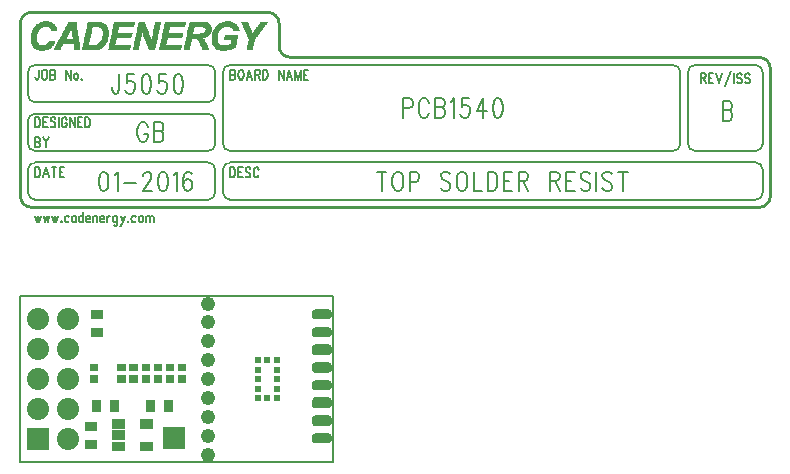
<source format=gts>
*
*
G04 PADS Layout (Build Number 2007.21.1) generated Gerber (RS-274-X) file*
G04 PC Version=2.1*
*
%IN "J5050.pcb"*%
*
%MOMM*%
*
%FSLAX44Y44*%
*
*
*
*
G04 PC Standard Apertures*
*
*
G04 Thermal Relief Aperture macro.*
%AMTER*
1,1,$1,0,0*
1,0,$1-$2,0,0*
21,0,$3,$4,0,0,45*
21,0,$3,$4,0,0,135*
%
*
*
G04 Annular Aperture macro.*
%AMANN*
1,1,$1,0,0*
1,0,$2,0,0*
%
*
*
G04 Odd Aperture macro.*
%AMODD*
1,1,$1,0,0*
1,0,$1-0.005,0,0*
%
*
*
G04 PC Custom Aperture Macros*
*
*
*
*
*
*
G04 PC Aperture Table*
*
%ADD010C,0.254*%
%ADD011C,0.2032*%
%ADD012C,0.0508*%
%ADD013C,0.127*%
%ADD023C,0.0254*%
%ADD080C,0.2*%
%ADD081C,0.15*%
%ADD088R,0.76X0.76*%
%ADD089R,0.625X0.625*%
%ADD090R,1.875X1.875*%
%ADD091R,0.725X0.725*%
%ADD092R,0.825X0.825*%
%ADD093C,1.875*%
%ADD094C,1.225*%
*
*
*
*
G04 PC Circuitry*
G04 Layer Name J5050.pcb - circuitry*
%LPD*%
*
*
G04 PC Custom Flashes*
G04 Layer Name J5050.pcb - flashes*
%LPD*%
*
*
G04 PC Circuitry*
G04 Layer Name J5050.pcb - circuitry*
%LPD*%
*
G54D10*
G01X315000Y655000D02*
G75*
G03X324525Y645475I9525J0D01*
G01X940475*
G03X950000Y655000I0J9525*
G01Y762950*
G03X940475Y772475I-9525J0*
G01X543600*
X534075Y782000D02*
G03X543600Y772475I9525J0D01*
G01X534075Y782000D02*
Y801050D01*
G03X524550Y810575I-9525J0*
G01X324525*
G03X315000Y801050I0J-9525*
G01Y655000*
G54D11*
X880150Y699450D02*
G03X886500Y693100I6350J0D01*
G01X937300*
G03X943650Y699450I0J6350*
G01Y759775*
G03X937300Y766125I-6350J0*
G01X886500*
G03X880150Y759775I0J-6350*
G01Y699450*
X486450Y658175D02*
G03X492800Y651825I6350J0D01*
G01X937300*
G03X943650Y658175I0J6350*
G01Y677225*
G03X937300Y683575I-6350J0*
G01X492800*
G03X486450Y677225I0J-6350*
G01Y658175*
X492800Y766125D02*
G03X486450Y759775I0J-6350D01*
G01X492800Y766125D02*
X867450D01*
X873800Y759775D02*
G03X867450Y766125I-6350J0D01*
G01X873800Y759775D02*
Y699450D01*
X867450Y693100D02*
G03X873800Y699450I0J6350D01*
G01X867450Y693100D02*
X492800D01*
X486450Y699450D02*
G03X492800Y693100I6350J0D01*
G01X486450Y699450D02*
Y759775D01*
X327700Y683575D02*
G03X321350Y677225I0J-6350D01*
G01X327700Y683575D02*
X473750D01*
X480100Y677225D02*
G03X473750Y683575I-6350J0D01*
G01X480100Y677225D02*
Y658175D01*
X473750Y651825D02*
G03X480100Y658175I0J6350D01*
G01X473750Y651825D02*
X327700D01*
X321350Y658175D02*
G03X327700Y651825I6350J0D01*
G01X321350Y658175D02*
Y677225D01*
X327700Y724850D02*
G03X321350Y718500I0J-6350D01*
G01X327700Y724850D02*
X473750D01*
X480100Y718500D02*
G03X473750Y724850I-6350J0D01*
G01X480100Y718500D02*
Y699450D01*
X473750Y693100D02*
G03X480100Y699450I0J6350D01*
G01X473750Y693100D02*
X327700D01*
X321350Y699450D02*
G03X327700Y693100I6350J0D01*
G01X321350Y699450D02*
Y718500D01*
X480100Y759775D02*
G03X473750Y766125I-6350J0D01*
G01X327700*
G03X321350Y759775I0J-6350*
G01Y740725*
G03X327700Y734375I6350J0*
G01X473750*
G03X480100Y740725I0J6350*
G01Y759775*
X398553Y758266D02*
Y745566D01*
X398553D02*
X397976Y743185D01*
X397976D02*
X397398Y742391D01*
X397398D02*
X396244Y741598D01*
X395089*
X395089D02*
X393935Y742391D01*
X393935D02*
X393357Y743185D01*
X393357D02*
X392780Y745566D01*
X392780D02*
Y747154D01*
X411253Y758266D02*
X405480D01*
X405480D02*
X404903Y751123D01*
X405480Y751916*
X405480D02*
X407212Y752710D01*
X407212D02*
X408944D01*
X408944D02*
X410676Y751916D01*
X410676D02*
X411830Y750329D01*
X411830D02*
X412407Y747948D01*
X412407D02*
X411830Y746360D01*
X411830D02*
X411253Y743979D01*
X410098Y742391*
X410098D02*
X408366Y741598D01*
X408366D02*
X406635D01*
X404903Y742391*
X404903D02*
X404326Y743185D01*
X404326D02*
X403748Y744773D01*
X421066Y758266D02*
X419335Y757473D01*
X418180Y755091*
X418180D02*
X417603Y751123D01*
Y748741*
X417603D02*
X418180Y744773D01*
X418180D02*
X419335Y742391D01*
X419335D02*
X421066Y741598D01*
X421066D02*
X422221D01*
X423953Y742391*
X423953D02*
X425107Y744773D01*
X425107D02*
X425685Y748741D01*
X425685D02*
Y751123D01*
X425107Y755091*
X425107D02*
X423953Y757473D01*
X422221Y758266*
X422221D02*
X421066D01*
X438385D02*
X432612D01*
X432612D02*
X432035Y751123D01*
X432612Y751916*
X432612D02*
X434344Y752710D01*
X434344D02*
X436076D01*
X436076D02*
X437807Y751916D01*
X437807D02*
X438962Y750329D01*
X439539Y747948*
X439539D02*
X438962Y746360D01*
X438962D02*
X438385Y743979D01*
X437230Y742391*
X437230D02*
X435498Y741598D01*
X435498D02*
X433766D01*
X433766D02*
X432035Y742391D01*
X432035D02*
X431457Y743185D01*
X431457D02*
X430880Y744773D01*
X448198Y758266D02*
X446466Y757473D01*
X446466D02*
X445312Y755091D01*
X445312D02*
X444735Y751123D01*
Y748741*
X444735D02*
X445312Y744773D01*
X446466Y742391*
X446466D02*
X448198Y741598D01*
X448198D02*
X449353D01*
X451085Y742391*
X451085D02*
X452239Y744773D01*
X452239D02*
X452816Y748741D01*
X452816D02*
Y751123D01*
X452816D02*
X452239Y755091D01*
X452239D02*
X451085Y757473D01*
X449353Y758266*
X449353D02*
X448198D01*
X422801Y713658D02*
X422223Y715245D01*
X422223D02*
X421069Y716833D01*
X419914Y717626*
X419914D02*
X417605D01*
X417605D02*
X416451Y716833D01*
X415296Y715245*
X415296D02*
X414719Y713658D01*
X414142Y711276*
X414142D02*
Y707308D01*
X414719Y704926*
X414719D02*
X415296Y703339D01*
X415296D02*
X416451Y701751D01*
X416451D02*
X417605Y700958D01*
X417605D02*
X419914D01*
X419914D02*
X421069Y701751D01*
X421069D02*
X422223Y703339D01*
X422223D02*
X422801Y704926D01*
X422801D02*
Y707308D01*
X419914D02*
X422801D01*
X427996Y717626D02*
Y700958D01*
Y717626D02*
X433192D01*
X433192D02*
X434923Y716833D01*
X434923D02*
X435501Y716039D01*
X436078Y714451*
X436078D02*
Y712864D01*
X435501Y711276*
X435501D02*
X434923Y710483D01*
X434923D02*
X433192Y709689D01*
X427996D02*
X433192D01*
X434923Y708895*
X434923D02*
X435501Y708101D01*
X435501D02*
X436078Y706514D01*
Y704133*
X435501Y702545*
X435501D02*
X434923Y701751D01*
X434923D02*
X433192Y700958D01*
X427996*
X384989Y675716D02*
X383257Y674923D01*
X383257D02*
X382103Y672541D01*
X382103D02*
X381525Y668573D01*
X381525D02*
Y666191D01*
X381525D02*
X382103Y662223D01*
X383257Y659841*
X383257D02*
X384989Y659048D01*
X386144*
X387875Y659841*
X387875D02*
X389030Y662223D01*
X389607Y666191*
X389607D02*
Y668573D01*
X389607D02*
X389030Y672541D01*
X389030D02*
X387875Y674923D01*
X387875D02*
X386144Y675716D01*
X386144D02*
X384989D01*
X394803Y672541D02*
X395957Y673335D01*
X395957D02*
X397689Y675716D01*
X397689D02*
Y659048D01*
X402884Y666191D02*
X413275D01*
X419048Y671748D02*
Y672541D01*
X419048D02*
X419625Y674129D01*
X419625D02*
X420203Y674923D01*
X421357Y675716*
X421357D02*
X423666D01*
X423666D02*
X424821Y674923D01*
X425398Y674129*
X425398D02*
X425975Y672541D01*
X425975D02*
Y670954D01*
X425975D02*
X425398Y669366D01*
X425398D02*
X424244Y666985D01*
X424244D02*
X418471Y659048D01*
X426553*
X435212Y675716D02*
X433480Y674923D01*
X432325Y672541*
X432325D02*
X431748Y668573D01*
X431748D02*
Y666191D01*
X431748D02*
X432325Y662223D01*
X432325D02*
X433480Y659841D01*
X433480D02*
X435212Y659048D01*
X436366*
X436366D02*
X438098Y659841D01*
X438098D02*
X439253Y662223D01*
X439830Y666191*
X439830D02*
Y668573D01*
X439253Y672541*
X439253D02*
X438098Y674923D01*
X438098D02*
X436366Y675716D01*
X436366D02*
X435212D01*
X445025Y672541D02*
X446180Y673335D01*
X446180D02*
X447912Y675716D01*
X447912D02*
Y659048D01*
X460034Y673335D02*
X459457Y674923D01*
X459457D02*
X457725Y675716D01*
X457725D02*
X456571D01*
X456571D02*
X454839Y674923D01*
X453684Y672541*
X453684D02*
X453107Y668573D01*
X453107D02*
Y664604D01*
X453107D02*
X453684Y661429D01*
X453684D02*
X454839Y659841D01*
X454839D02*
X456571Y659048D01*
X457148*
X457148D02*
X458880Y659841D01*
X458880D02*
X460034Y661429D01*
X460034D02*
X460612Y663810D01*
X460612D02*
Y664604D01*
X460034Y666985*
X460034D02*
X458880Y668573D01*
X457148Y669366*
X457148D02*
X456571D01*
X456571D02*
X454839Y668573D01*
X453684Y666985*
X453684D02*
X453107Y664604D01*
X638988Y737946D02*
Y721278D01*
Y737946D02*
X644184D01*
X644184D02*
X645915Y737153D01*
X645915D02*
X646493Y736359D01*
X647070Y734771*
X647070D02*
Y732390D01*
X647070D02*
X646493Y730803D01*
X645915Y730009*
X645915D02*
X644184Y729215D01*
X644184D02*
X638988D01*
X660924Y733978D02*
X660347Y735565D01*
X660347D02*
X659193Y737153D01*
X658038Y737946*
X658038D02*
X655729D01*
X655729D02*
X654574Y737153D01*
X654574D02*
X653420Y735565D01*
X653420D02*
X652843Y733978D01*
X652265Y731596*
X652265D02*
Y727628D01*
X652265D02*
X652843Y725246D01*
X652843D02*
X653420Y723659D01*
X654574Y722071*
X654574D02*
X655729Y721278D01*
X658038*
X658038D02*
X659193Y722071D01*
X659193D02*
X660347Y723659D01*
X660347D02*
X660924Y725246D01*
X666120Y737946D02*
Y721278D01*
Y737946D02*
X671315D01*
X671315D02*
X673047Y737153D01*
X673047D02*
X673624Y736359D01*
X673624D02*
X674202Y734771D01*
X674202D02*
Y733184D01*
X673624Y731596*
X673624D02*
X673047Y730803D01*
X673047D02*
X671315Y730009D01*
X666120D02*
X671315D01*
X671315D02*
X673047Y729215D01*
X673047D02*
X673624Y728421D01*
X673624D02*
X674202Y726834D01*
Y724453*
X673624Y722865*
X673624D02*
X673047Y722071D01*
X673047D02*
X671315Y721278D01*
X671315D02*
X666120D01*
X679397Y734771D02*
X680552Y735565D01*
X680552D02*
X682284Y737946D01*
X682284D02*
Y721278D01*
X694984Y737946D02*
X689211D01*
X689211D02*
X688634Y730803D01*
X689211Y731596*
X689211D02*
X690943Y732390D01*
X690943D02*
X692674D01*
X692674D02*
X694406Y731596D01*
X694406D02*
X695561Y730009D01*
X696138Y727628*
X696138D02*
X695561Y726040D01*
X695561D02*
X694984Y723659D01*
X693829Y722071*
X693829D02*
X692097Y721278D01*
X692097D02*
X690365D01*
X690365D02*
X688634Y722071D01*
X688634D02*
X688056Y722865D01*
X688056D02*
X687479Y724453D01*
X707106Y737946D02*
X701334Y726834D01*
X709993*
X707106Y737946D02*
Y721278D01*
X718652Y737946D02*
X716920Y737153D01*
X715765Y734771*
X715765D02*
X715188Y730803D01*
X715188D02*
Y728421D01*
X715188D02*
X715765Y724453D01*
X715765D02*
X716920Y722071D01*
X716920D02*
X718652Y721278D01*
X719806*
X719806D02*
X721538Y722071D01*
X721538D02*
X722693Y724453D01*
X723270Y728421*
X723270D02*
Y730803D01*
X722693Y734771*
X722693D02*
X721538Y737153D01*
X721538D02*
X719806Y737946D01*
X719806D02*
X718652D01*
X909556Y735406D02*
Y718738D01*
Y735406D02*
X914751D01*
X914751D02*
X916483Y734613D01*
X916483D02*
X917060Y733819D01*
X917060D02*
X917638Y732231D01*
X917638D02*
Y730644D01*
X917060Y729056*
X917060D02*
X916483Y728263D01*
X916483D02*
X914751Y727469D01*
X909556D02*
X914751D01*
X914751D02*
X916483Y726675D01*
X916483D02*
X917060Y725881D01*
X917060D02*
X917638Y724294D01*
Y721913*
X917060Y720325*
X917060D02*
X916483Y719531D01*
X916483D02*
X914751Y718738D01*
X914751D02*
X909556D01*
X620862Y675716D02*
Y659048D01*
X616821Y675716D02*
X624903D01*
X633562D02*
X632407Y674923D01*
X632407D02*
X631253Y673335D01*
X631253D02*
X630675Y671748D01*
X630675D02*
X630098Y669366D01*
X630098D02*
Y665398D01*
X630098D02*
X630675Y663016D01*
X630675D02*
X631253Y661429D01*
X632407Y659841*
X632407D02*
X633562Y659048D01*
X635871*
X637025Y659841*
X637025D02*
X638180Y661429D01*
X638757Y663016*
X638757D02*
X639334Y665398D01*
X639334D02*
Y669366D01*
X639334D02*
X638757Y671748D01*
X638757D02*
X638180Y673335D01*
X638180D02*
X637025Y674923D01*
X637025D02*
X635871Y675716D01*
X635871D02*
X633562D01*
X644530D02*
Y659048D01*
Y675716D02*
X649725D01*
X649725D02*
X651457Y674923D01*
X651457D02*
X652034Y674129D01*
X652034D02*
X652612Y672541D01*
X652612D02*
Y670160D01*
X652612D02*
X652034Y668573D01*
X652034D02*
X651457Y667779D01*
X651457D02*
X649725Y666985D01*
X649725D02*
X644530D01*
X679166Y673335D02*
X678012Y674923D01*
X676280Y675716*
X676280D02*
X673971D01*
X673971D02*
X672239Y674923D01*
X671084Y673335*
X671084D02*
Y671748D01*
X671084D02*
X671662Y670160D01*
X671662D02*
X672239Y669366D01*
X672239D02*
X673394Y668573D01*
X676857Y666985*
X676857D02*
X678012Y666191D01*
X678012D02*
X678589Y665398D01*
X679166Y663810*
X679166D02*
Y661429D01*
X679166D02*
X678012Y659841D01*
X678012D02*
X676280Y659048D01*
X673971*
X672239Y659841*
X672239D02*
X671084Y661429D01*
X687825Y675716D02*
X686671Y674923D01*
X685516Y673335*
X685516D02*
X684939Y671748D01*
X684362Y669366*
X684362D02*
Y665398D01*
X684939Y663016*
X684939D02*
X685516Y661429D01*
X685516D02*
X686671Y659841D01*
X686671D02*
X687825Y659048D01*
X687825D02*
X690134D01*
X690134D02*
X691289Y659841D01*
X691289D02*
X692444Y661429D01*
X693021Y663016*
X693021D02*
X693598Y665398D01*
X693598D02*
Y669366D01*
X693598D02*
X693021Y671748D01*
X692444Y673335*
X692444D02*
X691289Y674923D01*
X690134Y675716*
X690134D02*
X687825D01*
X698794D02*
Y659048D01*
X705721*
X710916Y675716D02*
Y659048D01*
Y675716D02*
X714957D01*
X714957D02*
X716689Y674923D01*
X717844Y673335*
X717844D02*
X718421Y671748D01*
X718998Y669366*
X718998D02*
Y665398D01*
X718998D02*
X718421Y663016D01*
X718421D02*
X717844Y661429D01*
X716689Y659841*
X716689D02*
X714957Y659048D01*
X714957D02*
X710916D01*
X724194Y675716D02*
Y659048D01*
Y675716D02*
X731698D01*
X724194Y667779D02*
X728812D01*
X724194Y659048D02*
X731698D01*
X736894Y675716D02*
Y659048D01*
Y675716D02*
X742089D01*
X742089D02*
X743821Y674923D01*
X744398Y674129*
X744398D02*
X744975Y672541D01*
X744975D02*
Y670954D01*
X744975D02*
X744398Y669366D01*
X744398D02*
X743821Y668573D01*
X742089Y667779*
X736894*
X740934D02*
X744975Y659048D01*
X763448Y675716D02*
Y659048D01*
Y675716D02*
X768644D01*
X768644D02*
X770375Y674923D01*
X770375D02*
X770953Y674129D01*
X771530Y672541*
X771530D02*
Y670954D01*
X770953Y669366*
X770953D02*
X770375Y668573D01*
X770375D02*
X768644Y667779D01*
X763448*
X767489D02*
X771530Y659048D01*
X776725Y675716D02*
Y659048D01*
Y675716D02*
X784230D01*
X776725Y667779D02*
X781344D01*
X776725Y659048D02*
X784230D01*
X797507Y673335D02*
X796353Y674923D01*
X794621Y675716*
X794621D02*
X792312D01*
X792312D02*
X790580Y674923D01*
X789425Y673335*
X789425D02*
Y671748D01*
X789425D02*
X790003Y670160D01*
X790003D02*
X790580Y669366D01*
X790580D02*
X791734Y668573D01*
X791734D02*
X795198Y666985D01*
X795198D02*
X796353Y666191D01*
X796353D02*
X796930Y665398D01*
X797507Y663810*
X797507D02*
Y661429D01*
X797507D02*
X796353Y659841D01*
X796353D02*
X794621Y659048D01*
X792312*
X790580Y659841*
X790580D02*
X789425Y661429D01*
X802703Y675716D02*
Y659048D01*
X815980Y673335D02*
X814825Y674923D01*
X814825D02*
X813094Y675716D01*
X813094D02*
X810784D01*
X810784D02*
X809053Y674923D01*
X807898Y673335*
X807898D02*
Y671748D01*
X807898D02*
X808475Y670160D01*
X808475D02*
X809053Y669366D01*
X809053D02*
X810207Y668573D01*
X810207D02*
X813671Y666985D01*
X813671D02*
X814825Y666191D01*
X814825D02*
X815403Y665398D01*
X815980Y663810*
X815980D02*
Y661429D01*
X814825Y659841*
X814825D02*
X813094Y659048D01*
X810784*
X810784D02*
X809053Y659841D01*
X809053D02*
X807898Y661429D01*
X825216Y675716D02*
Y659048D01*
X821175Y675716D02*
X829257D01*
G54D12*
X330875Y778825D02*
X335073D01*
X484227D02*
X489156D01*
X329414Y779190D02*
X336534D01*
X343289D02*
X347853D01*
X360815D02*
X365014D01*
X367022D02*
X378888D01*
X389295D02*
X407003D01*
X410107D02*
X414306D01*
X423981D02*
X428180D01*
X432379D02*
X450088D01*
X453191D02*
X457390D01*
X469257D02*
X474186D01*
X482767D02*
X490982D01*
X506500D02*
X510699D01*
X328684Y779555D02*
X337629D01*
X343289D02*
X348218D01*
X360815D02*
X365014D01*
X367022D02*
X380349D01*
X389295D02*
X407003D01*
X410107D02*
X414671D01*
X423616D02*
X428545D01*
X432379D02*
X450088D01*
X453191D02*
X457755D01*
X468892D02*
X473821D01*
X481671D02*
X492442D01*
X506500D02*
X511064D01*
X327954Y779920D02*
X338360D01*
X343654D02*
X348218D01*
X360815D02*
X365014D01*
X367387D02*
X381444D01*
X389660D02*
X407368D01*
X410472D02*
X414671D01*
X423616D02*
X428545D01*
X432744D02*
X450453D01*
X453557D02*
X457755D01*
X468892D02*
X473821D01*
X480941D02*
X493538D01*
X506865D02*
X511064D01*
X327588Y780285D02*
X339090D01*
X343654D02*
X348583D01*
X360450D02*
X365014D01*
X367387D02*
X382175D01*
X389660D02*
X407368D01*
X410472D02*
X414671D01*
X423616D02*
X428545D01*
X432744D02*
X450453D01*
X453557D02*
X457755D01*
X468892D02*
X473821D01*
X480576D02*
X494268D01*
X506865D02*
X511064D01*
X326858Y780650D02*
X339820D01*
X344019D02*
X348583D01*
X360450D02*
X364649D01*
X367387D02*
X382905D01*
X389660D02*
X407368D01*
X410472D02*
X414671D01*
X423251D02*
X428545D01*
X432744D02*
X450453D01*
X453557D02*
X457755D01*
X468527D02*
X473456D01*
X480211D02*
X494998D01*
X506865D02*
X511064D01*
X326493Y781015D02*
X340185D01*
X344019D02*
X348948D01*
X360450D02*
X364649D01*
X367387D02*
X383635D01*
X389660D02*
X407733D01*
X410472D02*
X414671D01*
X423251D02*
X428545D01*
X432744D02*
X450818D01*
X453557D02*
X457755D01*
X468527D02*
X473456D01*
X479846D02*
X495728D01*
X506865D02*
X511064D01*
X326128Y781380D02*
X340550D01*
X344384D02*
X348948D01*
X360450D02*
X364649D01*
X367387D02*
X384000D01*
X389660D02*
X407733D01*
X410472D02*
X415036D01*
X422886D02*
X428911D01*
X432744D02*
X450818D01*
X453557D02*
X458121D01*
X468527D02*
X473091D01*
X479480D02*
X496459D01*
X506865D02*
X511429D01*
X326128Y781746D02*
X340915D01*
X344749D02*
X349313D01*
X360450D02*
X364649D01*
X367752D02*
X384365D01*
X390025D02*
X407733D01*
X410837D02*
X415036D01*
X422886D02*
X428911D01*
X433110D02*
X450818D01*
X453922D02*
X458121D01*
X468162D02*
X473091D01*
X479115D02*
X496824D01*
X507230D02*
X511429D01*
X325763Y782111D02*
X341281D01*
X344749D02*
X349678D01*
X360450D02*
X364649D01*
X367752D02*
X384730D01*
X390025D02*
X407733D01*
X410837D02*
X415036D01*
X422886D02*
X428911D01*
X433110D02*
X450818D01*
X453922D02*
X458121D01*
X468162D02*
X473091D01*
X478750D02*
X496824D01*
X507230D02*
X511429D01*
X325398Y782476D02*
X341646D01*
X345114D02*
X349678D01*
X360450D02*
X364649D01*
X367752D02*
X385096D01*
X390025D02*
X408098D01*
X410837D02*
X415036D01*
X422521D02*
X428911D01*
X433110D02*
X451183D01*
X453922D02*
X458121D01*
X467796D02*
X472726D01*
X478385D02*
X496824D01*
X507230D02*
X511429D01*
X325398Y782841D02*
X331787D01*
X334891D02*
X342011D01*
X345114D02*
X350044D01*
X360085D02*
X364649D01*
X367752D02*
X385461D01*
X390025D02*
X408098D01*
X410837D02*
X415036D01*
X422521D02*
X428911D01*
X433110D02*
X451183D01*
X453922D02*
X458121D01*
X467796D02*
X472726D01*
X478385D02*
X484775D01*
X488974D02*
X496824D01*
X507230D02*
X511429D01*
X325033Y783206D02*
X331057D01*
X336351D02*
X342376D01*
X345480D02*
X350044D01*
X360085D02*
X364283D01*
X367752D02*
X372316D01*
X378341D02*
X385826D01*
X390025D02*
X394589D01*
X410837D02*
X415401D01*
X422521D02*
X429276D01*
X433110D02*
X437674D01*
X453922D02*
X458486D01*
X467431D02*
X472360D01*
X478020D02*
X483679D01*
X490434D02*
X496824D01*
X507230D02*
X511794D01*
X325033Y783571D02*
X330327D01*
X337082D02*
X342376D01*
X345480D02*
X350409D01*
X360085D02*
X364283D01*
X368117D02*
X372316D01*
X379801D02*
X386191D01*
X390390D02*
X394589D01*
X411202D02*
X415401D01*
X422156D02*
X429276D01*
X433475D02*
X437674D01*
X454287D02*
X458486D01*
X467431D02*
X472360D01*
X478020D02*
X482949D01*
X491530D02*
X497189D01*
X507595D02*
X511794D01*
X324667Y783936D02*
X329962D01*
X337447D02*
X342741D01*
X345845D02*
X350409D01*
X360085D02*
X364283D01*
X368117D02*
X372316D01*
X380532D02*
X386556D01*
X390390D02*
X394589D01*
X411202D02*
X415401D01*
X422156D02*
X429276D01*
X433475D02*
X437674D01*
X454287D02*
X458486D01*
X467431D02*
X471995D01*
X477655D02*
X482584D01*
X492625D02*
X497189D01*
X507595D02*
X511794D01*
X324667Y784301D02*
X329597D01*
X337812D02*
X343106D01*
X345845D02*
X364283D01*
X368117D02*
X372316D01*
X380897D02*
X386556D01*
X390390D02*
X394589D01*
X411202D02*
X415401D01*
X421791D02*
X429276D01*
X433475D02*
X437674D01*
X454287D02*
X458486D01*
X467066D02*
X471995D01*
X477655D02*
X482219D01*
X492990D02*
X497189D01*
X507595D02*
X511794D01*
X324302Y784667D02*
X329231D01*
X338542D02*
X343106D01*
X346210D02*
X364283D01*
X368117D02*
X372681D01*
X381627D02*
X386921D01*
X390390D02*
X394954D01*
X411202D02*
X415401D01*
X421791D02*
X429641D01*
X433475D02*
X438039D01*
X454287D02*
X458851D01*
X467066D02*
X471630D01*
X477290D02*
X482219D01*
X492990D02*
X497189D01*
X507595D02*
X512159D01*
X324302Y785032D02*
X328866D01*
X338542D02*
X343471D01*
X346210D02*
X364283D01*
X368482D02*
X372681D01*
X381992D02*
X387286D01*
X390755D02*
X394954D01*
X411567D02*
X415766D01*
X421791D02*
X429641D01*
X433840D02*
X438039D01*
X454652D02*
X458851D01*
X466701D02*
X471630D01*
X477290D02*
X481854D01*
X492990D02*
X497554D01*
X507960D02*
X512159D01*
X324302Y785397D02*
X328866D01*
X338907D02*
X343471D01*
X346575D02*
X364283D01*
X368482D02*
X372681D01*
X382357D02*
X387286D01*
X390755D02*
X394954D01*
X411567D02*
X415766D01*
X421426D02*
X429641D01*
X433840D02*
X438039D01*
X454652D02*
X458851D01*
X466701D02*
X471265D01*
X477290D02*
X481489D01*
X492990D02*
X497554D01*
X507960D02*
X512159D01*
X324302Y785762D02*
X328501D01*
X339272D02*
X343836D01*
X346575D02*
X363918D01*
X368482D02*
X372681D01*
X382357D02*
X387651D01*
X390755D02*
X394954D01*
X411567D02*
X415766D01*
X421426D02*
X429641D01*
X433840D02*
X438039D01*
X454652D02*
X458851D01*
X466336D02*
X471265D01*
X477290D02*
X481489D01*
X493355D02*
X497554D01*
X507960D02*
X512159D01*
X324302Y786127D02*
X328501D01*
X339272D02*
X343471D01*
X346940D02*
X363918D01*
X368482D02*
X372681D01*
X382722D02*
X387651D01*
X390755D02*
X394954D01*
X411567D02*
X415766D01*
X421060D02*
X429641D01*
X433840D02*
X438039D01*
X454652D02*
X458851D01*
X466336D02*
X470900D01*
X477290D02*
X481489D01*
X493355D02*
X497554D01*
X507960D02*
X512159D01*
X323937Y786492D02*
X328501D01*
X339638D02*
X340915D01*
X347305D02*
X363918D01*
X368482D02*
X373046D01*
X383087D02*
X388017D01*
X390755D02*
X395319D01*
X411567D02*
X415766D01*
X421060D02*
X430006D01*
X433840D02*
X438404D01*
X454652D02*
X459216D01*
X465971D02*
X470900D01*
X476925D02*
X481489D01*
X493355D02*
X497554D01*
X507960D02*
X512524D01*
X323937Y786857D02*
X328136D01*
X347305D02*
X363918D01*
X368848D02*
X373046D01*
X383087D02*
X388017D01*
X391120D02*
X395319D01*
X411932D02*
X416131D01*
X421060D02*
X430006D01*
X434205D02*
X438404D01*
X455017D02*
X459216D01*
X465971D02*
X470535D01*
X476925D02*
X481123D01*
X493355D02*
X497919D01*
X508325D02*
X512524D01*
X323937Y787222D02*
X328136D01*
X347670D02*
X363918D01*
X368848D02*
X373046D01*
X383453D02*
X388017D01*
X391120D02*
X395319D01*
X411932D02*
X416131D01*
X420695D02*
X430006D01*
X434205D02*
X438404D01*
X455017D02*
X459216D01*
X465606D02*
X470535D01*
X476925D02*
X481123D01*
X493720D02*
X497919D01*
X508325D02*
X512524D01*
X323937Y787588D02*
X328136D01*
X347670D02*
X363918D01*
X368848D02*
X373046D01*
X383818D02*
X388382D01*
X391120D02*
X395319D01*
X411932D02*
X416131D01*
X420695D02*
X425259D01*
X426172D02*
X430006D01*
X434205D02*
X438404D01*
X455017D02*
X459216D01*
X465241D02*
X470170D01*
X476925D02*
X481123D01*
X493720D02*
X497919D01*
X508325D02*
X512524D01*
X323937Y787953D02*
X328136D01*
X348035D02*
X363918D01*
X368848D02*
X373046D01*
X383818D02*
X388382D01*
X391120D02*
X395319D01*
X411932D02*
X416131D01*
X420695D02*
X425259D01*
X426172D02*
X430006D01*
X434205D02*
X438404D01*
X455017D02*
X459216D01*
X464875D02*
X469805D01*
X476925D02*
X481123D01*
X487148D02*
X497919D01*
X508325D02*
X512889D01*
X323937Y788318D02*
X328136D01*
X348035D02*
X352965D01*
X359354D02*
X363553D01*
X368848D02*
X373412D01*
X384183D02*
X388382D01*
X391120D02*
X395684D01*
X411932D02*
X416131D01*
X420330D02*
X424894D01*
X426172D02*
X430371D01*
X434205D02*
X438769D01*
X455017D02*
X459581D01*
X464510D02*
X469439D01*
X476925D02*
X481123D01*
X487148D02*
X497919D01*
X508325D02*
X512889D01*
X323937Y788683D02*
X328136D01*
X348401D02*
X352965D01*
X359354D02*
X363553D01*
X369213D02*
X373412D01*
X384183D02*
X388747D01*
X391485D02*
X395684D01*
X412297D02*
X416496D01*
X420330D02*
X424894D01*
X426172D02*
X430371D01*
X434570D02*
X438769D01*
X455382D02*
X459581D01*
X463780D02*
X469074D01*
X476925D02*
X481123D01*
X487513D02*
X498284D01*
X508325D02*
X513254D01*
X323937Y789048D02*
X328136D01*
X348401D02*
X353330D01*
X359354D02*
X363553D01*
X369213D02*
X373412D01*
X384183D02*
X388747D01*
X391485D02*
X395684D01*
X412297D02*
X416496D01*
X419965D02*
X424894D01*
X426172D02*
X430371D01*
X434570D02*
X438769D01*
X455382D02*
X468709D01*
X476925D02*
X481123D01*
X487513D02*
X498284D01*
X507960D02*
X513620D01*
X323937Y789413D02*
X328136D01*
X348766D02*
X353330D01*
X359354D02*
X363553D01*
X369213D02*
X373412D01*
X384548D02*
X388747D01*
X391485D02*
X395684D01*
X412297D02*
X416496D01*
X419965D02*
X424529D01*
X426537D02*
X430371D01*
X434570D02*
X438769D01*
X455382D02*
X470535D01*
X476925D02*
X481123D01*
X487513D02*
X498284D01*
X507960D02*
X513985D01*
X323937Y789778D02*
X328136D01*
X348766D02*
X353695D01*
X359354D02*
X363553D01*
X369213D02*
X373777D01*
X384548D02*
X388747D01*
X391485D02*
X408098D01*
X412297D02*
X416496D01*
X419965D02*
X424529D01*
X426537D02*
X430736D01*
X434570D02*
X451183D01*
X455382D02*
X471630D01*
X476925D02*
X481123D01*
X487513D02*
X498284D01*
X507595D02*
X513985D01*
X323937Y790143D02*
X328136D01*
X349131D02*
X353695D01*
X359354D02*
X363553D01*
X369578D02*
X373777D01*
X384548D02*
X388747D01*
X391850D02*
X408098D01*
X412663D02*
X416496D01*
X419600D02*
X424164D01*
X426537D02*
X430736D01*
X434935D02*
X451183D01*
X455747D02*
X472360D01*
X476925D02*
X481123D01*
X487878D02*
X498284D01*
X507595D02*
X514350D01*
X323937Y790509D02*
X328136D01*
X349131D02*
X354060D01*
X358989D02*
X363188D01*
X369578D02*
X373777D01*
X384548D02*
X389112D01*
X391850D02*
X408464D01*
X412663D02*
X416861D01*
X419600D02*
X424164D01*
X426537D02*
X430736D01*
X434935D02*
X451548D01*
X455747D02*
X473091D01*
X476925D02*
X481123D01*
X487878D02*
X498649D01*
X507595D02*
X514715D01*
X323937Y790874D02*
X328501D01*
X349496D02*
X354425D01*
X358989D02*
X363188D01*
X369578D02*
X373777D01*
X384913D02*
X389112D01*
X391850D02*
X408464D01*
X412663D02*
X416861D01*
X419235D02*
X424164D01*
X426537D02*
X430736D01*
X434935D02*
X451548D01*
X455747D02*
X473456D01*
X476925D02*
X481489D01*
X487878D02*
X498649D01*
X507230D02*
X515080D01*
X323937Y791239D02*
X328501D01*
X349861D02*
X354425D01*
X358989D02*
X363188D01*
X369578D02*
X373777D01*
X384913D02*
X389112D01*
X391850D02*
X408464D01*
X412663D02*
X416861D01*
X419235D02*
X423799D01*
X426902D02*
X430736D01*
X434935D02*
X451548D01*
X455747D02*
X473821D01*
X477290D02*
X481489D01*
X488243D02*
X498649D01*
X507230D02*
X515080D01*
X324302Y791604D02*
X328501D01*
X349861D02*
X354790D01*
X358989D02*
X363188D01*
X369578D02*
X374142D01*
X384913D02*
X389112D01*
X391850D02*
X408829D01*
X412663D02*
X416861D01*
X419235D02*
X423799D01*
X426902D02*
X431101D01*
X434935D02*
X451913D01*
X455747D02*
X474186D01*
X477290D02*
X481489D01*
X488243D02*
X498649D01*
X506865D02*
X515445D01*
X324302Y791969D02*
X328501D01*
X350226D02*
X354790D01*
X358989D02*
X363188D01*
X369943D02*
X374142D01*
X384913D02*
X389112D01*
X392216D02*
X408829D01*
X413028D02*
X416861D01*
X418870D02*
X423434D01*
X426902D02*
X431101D01*
X435300D02*
X451913D01*
X456112D02*
X474551D01*
X477290D02*
X481489D01*
X506865D02*
X515810D01*
X324302Y792334D02*
X328501D01*
X350226D02*
X355155D01*
X358989D02*
X363188D01*
X369943D02*
X374142D01*
X384913D02*
X389112D01*
X392216D02*
X408829D01*
X413028D02*
X417227D01*
X418870D02*
X423434D01*
X426902D02*
X431101D01*
X435300D02*
X451913D01*
X456112D02*
X474916D01*
X477290D02*
X481489D01*
X506500D02*
X516175D01*
X324302Y792699D02*
X328866D01*
X350591D02*
X355155D01*
X358624D02*
X363188D01*
X369943D02*
X374142D01*
X384913D02*
X389112D01*
X392216D02*
X408829D01*
X413028D02*
X417227D01*
X418870D02*
X423434D01*
X426902D02*
X431101D01*
X435300D02*
X451913D01*
X456112D02*
X460311D01*
X467431D02*
X474916D01*
X477290D02*
X481854D01*
X506500D02*
X516175D01*
X324302Y793064D02*
X328866D01*
X350591D02*
X355520D01*
X358624D02*
X362823D01*
X369943D02*
X374142D01*
X384913D02*
X389112D01*
X392216D02*
X409194D01*
X413028D02*
X417227D01*
X418505D02*
X423069D01*
X427268D02*
X431101D01*
X435300D02*
X452279D01*
X456112D02*
X460311D01*
X469257D02*
X475281D01*
X477655D02*
X481854D01*
X506500D02*
X511064D01*
X511611D02*
X516541D01*
X324667Y793430D02*
X328866D01*
X350956D02*
X355520D01*
X358624D02*
X362823D01*
X369943D02*
X374507D01*
X384913D02*
X389112D01*
X392216D02*
X409194D01*
X413028D02*
X417227D01*
X418505D02*
X423069D01*
X427268D02*
X431466D01*
X435300D02*
X452279D01*
X456112D02*
X460676D01*
X469987D02*
X475281D01*
X477655D02*
X481854D01*
X506135D02*
X510699D01*
X511977D02*
X516906D01*
X324667Y793795D02*
X329231D01*
X350956D02*
X355886D01*
X358624D02*
X362823D01*
X370308D02*
X374507D01*
X384913D02*
X389112D01*
X392581D02*
X396780D01*
X413393D02*
X417227D01*
X418139D02*
X423069D01*
X427268D02*
X431466D01*
X435665D02*
X439864D01*
X456478D02*
X460676D01*
X470352D02*
X475647D01*
X477655D02*
X482219D01*
X506135D02*
X510699D01*
X511977D02*
X517271D01*
X324667Y794160D02*
X329231D01*
X351322D02*
X355886D01*
X358624D02*
X362823D01*
X370308D02*
X374507D01*
X384913D02*
X389112D01*
X392581D02*
X396780D01*
X413393D02*
X417592D01*
X418139D02*
X422703D01*
X427268D02*
X431466D01*
X435665D02*
X439864D01*
X456478D02*
X460676D01*
X470717D02*
X475647D01*
X478020D02*
X482219D01*
X505769D02*
X510333D01*
X512342D02*
X517271D01*
X325033Y794525D02*
X329597D01*
X351322D02*
X356251D01*
X358624D02*
X362823D01*
X370308D02*
X374507D01*
X384913D02*
X389112D01*
X392581D02*
X396780D01*
X413393D02*
X417592D01*
X418139D02*
X422703D01*
X427268D02*
X431466D01*
X435665D02*
X439864D01*
X456478D02*
X460676D01*
X471083D02*
X475647D01*
X478020D02*
X482584D01*
X505769D02*
X510333D01*
X512707D02*
X517636D01*
X325033Y794890D02*
X329597D01*
X351687D02*
X356251D01*
X358624D02*
X362823D01*
X370308D02*
X374872D01*
X384913D02*
X389112D01*
X392581D02*
X397145D01*
X413393D02*
X422338D01*
X427633D02*
X431832D01*
X435665D02*
X440229D01*
X456478D02*
X461042D01*
X471448D02*
X476012D01*
X478385D02*
X482584D01*
X505404D02*
X510333D01*
X512707D02*
X518001D01*
X325033Y795255D02*
X329962D01*
X341098D02*
X342741D01*
X351687D02*
X356616D01*
X358259D02*
X362823D01*
X370308D02*
X374872D01*
X384548D02*
X389112D01*
X392581D02*
X397145D01*
X413393D02*
X422338D01*
X427633D02*
X431832D01*
X435665D02*
X440229D01*
X456478D02*
X461042D01*
X471448D02*
X476012D01*
X478385D02*
X482949D01*
X495546D02*
X496824D01*
X505404D02*
X509968D01*
X513072D02*
X518366D01*
X325398Y795620D02*
X329962D01*
X341098D02*
X345297D01*
X352052D02*
X356981D01*
X358259D02*
X362458D01*
X370673D02*
X374872D01*
X384548D02*
X388747D01*
X392946D02*
X397145D01*
X413758D02*
X422338D01*
X427633D02*
X431832D01*
X436031D02*
X440229D01*
X456843D02*
X461042D01*
X471813D02*
X476012D01*
X478385D02*
X482949D01*
X495181D02*
X499745D01*
X505039D02*
X509968D01*
X513437D02*
X518366D01*
X325398Y795985D02*
X330327D01*
X340733D02*
X345297D01*
X352417D02*
X356981D01*
X358259D02*
X362458D01*
X370673D02*
X374872D01*
X384548D02*
X388747D01*
X392946D02*
X397145D01*
X413758D02*
X421973D01*
X427633D02*
X431832D01*
X436031D02*
X440229D01*
X456843D02*
X461042D01*
X471813D02*
X476012D01*
X478750D02*
X483314D01*
X495181D02*
X499745D01*
X505039D02*
X509603D01*
X513802D02*
X518731D01*
X325763Y796351D02*
X330692D01*
X340733D02*
X345297D01*
X352417D02*
X357346D01*
X358259D02*
X362458D01*
X370673D02*
X374872D01*
X384183D02*
X388747D01*
X392946D02*
X397145D01*
X413758D02*
X421973D01*
X427633D02*
X431832D01*
X436031D02*
X440229D01*
X456843D02*
X461042D01*
X471813D02*
X476012D01*
X478750D02*
X483679D01*
X495181D02*
X499380D01*
X505039D02*
X509603D01*
X513802D02*
X519096D01*
X325763Y796716D02*
X331057D01*
X340733D02*
X344932D01*
X352782D02*
X357346D01*
X358259D02*
X362458D01*
X370673D02*
X375237D01*
X384183D02*
X388747D01*
X392946D02*
X397510D01*
X413758D02*
X421608D01*
X427998D02*
X432197D01*
X436031D02*
X440595D01*
X456843D02*
X461407D01*
X471813D02*
X476012D01*
X479115D02*
X484044D01*
X494816D02*
X499380D01*
X504674D02*
X509238D01*
X514167D02*
X519462D01*
X326128Y797081D02*
X331422D01*
X340368D02*
X344932D01*
X352782D02*
X357711D01*
X358259D02*
X362458D01*
X371038D02*
X375237D01*
X383818D02*
X388382D01*
X393311D02*
X397510D01*
X414123D02*
X421608D01*
X427998D02*
X432197D01*
X436396D02*
X440595D01*
X457208D02*
X461407D01*
X471813D02*
X476012D01*
X479480D02*
X484410D01*
X494451D02*
X499380D01*
X504674D02*
X509238D01*
X514532D02*
X519462D01*
X326128Y797446D02*
X331787D01*
X340003D02*
X344932D01*
X353147D02*
X357711D01*
X358259D02*
X362458D01*
X371038D02*
X375237D01*
X383453D02*
X388382D01*
X393311D02*
X397510D01*
X414123D02*
X421608D01*
X427998D02*
X432197D01*
X436396D02*
X440595D01*
X457208D02*
X461407D01*
X471448D02*
X476012D01*
X479480D02*
X484775D01*
X494085D02*
X499015D01*
X504309D02*
X508873D01*
X514898D02*
X519827D01*
X326493Y797811D02*
X332152D01*
X340003D02*
X344932D01*
X353147D02*
X362458D01*
X371038D02*
X375237D01*
X383087D02*
X388382D01*
X393311D02*
X397510D01*
X414123D02*
X421243D01*
X427998D02*
X432197D01*
X436396D02*
X440595D01*
X457208D02*
X461407D01*
X471448D02*
X476012D01*
X479846D02*
X485505D01*
X493720D02*
X499015D01*
X504309D02*
X508873D01*
X514898D02*
X520192D01*
X326858Y798176D02*
X332883D01*
X339638D02*
X344567D01*
X353512D02*
X362093D01*
X371038D02*
X375237D01*
X382357D02*
X388017D01*
X393311D02*
X397510D01*
X414123D02*
X421243D01*
X427998D02*
X432197D01*
X436396D02*
X440595D01*
X457208D02*
X461407D01*
X471083D02*
X476012D01*
X480211D02*
X485870D01*
X493355D02*
X499015D01*
X503944D02*
X508873D01*
X515263D02*
X520557D01*
X326858Y798541D02*
X333613D01*
X338907D02*
X344567D01*
X353512D02*
X362093D01*
X371038D02*
X375602D01*
X381627D02*
X388017D01*
X393311D02*
X397875D01*
X414123D02*
X421243D01*
X428363D02*
X432562D01*
X436396D02*
X440960D01*
X457208D02*
X461772D01*
X469987D02*
X475647D01*
X480211D02*
X486965D01*
X492625D02*
X498649D01*
X503944D02*
X508508D01*
X515628D02*
X520557D01*
X327223Y798906D02*
X334708D01*
X337812D02*
X344202D01*
X353877D02*
X362093D01*
X371403D02*
X387651D01*
X393676D02*
X410289D01*
X414488D02*
X420878D01*
X428363D02*
X432562D01*
X436761D02*
X453374D01*
X457573D02*
X475647D01*
X480576D02*
X488061D01*
X491895D02*
X498649D01*
X503944D02*
X508508D01*
X515993D02*
X520922D01*
X327588Y799272D02*
X344202D01*
X353877D02*
X362093D01*
X371403D02*
X387286D01*
X393676D02*
X410289D01*
X414488D02*
X420878D01*
X428363D02*
X432562D01*
X436761D02*
X453374D01*
X457573D02*
X475647D01*
X480941D02*
X498284D01*
X503579D02*
X508143D01*
X515993D02*
X521287D01*
X327954Y799637D02*
X343836D01*
X354243D02*
X362093D01*
X371403D02*
X387286D01*
X393676D02*
X410654D01*
X414488D02*
X420513D01*
X428363D02*
X432562D01*
X436761D02*
X453739D01*
X457573D02*
X475281D01*
X481306D02*
X497919D01*
X503579D02*
X508143D01*
X516358D02*
X521652D01*
X328319Y800002D02*
X343471D01*
X354608D02*
X362093D01*
X371403D02*
X386921D01*
X393676D02*
X410654D01*
X414488D02*
X420513D01*
X428363D02*
X432562D01*
X436761D02*
X453739D01*
X457573D02*
X475281D01*
X481671D02*
X497554D01*
X503214D02*
X507778D01*
X516723D02*
X521652D01*
X328684Y800367D02*
X343106D01*
X354608D02*
X362093D01*
X371403D02*
X386556D01*
X393676D02*
X410654D01*
X414488D02*
X420513D01*
X428728D02*
X432927D01*
X436761D02*
X453739D01*
X457573D02*
X474916D01*
X482036D02*
X497554D01*
X503214D02*
X507778D01*
X517088D02*
X522017D01*
X329414Y800732D02*
X342741D01*
X354973D02*
X361728D01*
X371769D02*
X386191D01*
X394041D02*
X411019D01*
X414853D02*
X420148D01*
X428728D02*
X432927D01*
X437126D02*
X454104D01*
X457938D02*
X474551D01*
X482767D02*
X497189D01*
X502848D02*
X507412D01*
X517088D02*
X522383D01*
X329779Y801097D02*
X342376D01*
X354973D02*
X361728D01*
X371769D02*
X385826D01*
X394041D02*
X411019D01*
X414853D02*
X420148D01*
X428728D02*
X432927D01*
X437126D02*
X454104D01*
X457938D02*
X474186D01*
X483132D02*
X496459D01*
X502848D02*
X507412D01*
X517453D02*
X522748D01*
X330509Y801462D02*
X342011D01*
X355338D02*
X361728D01*
X371769D02*
X385096D01*
X394041D02*
X411019D01*
X414853D02*
X419782D01*
X428728D02*
X432927D01*
X437126D02*
X454104D01*
X457938D02*
X473821D01*
X483497D02*
X496094D01*
X502848D02*
X507412D01*
X517819D02*
X522748D01*
X330875Y801827D02*
X341281D01*
X355338D02*
X361728D01*
X371769D02*
X384730D01*
X394041D02*
X411019D01*
X414853D02*
X419782D01*
X428728D02*
X433292D01*
X437126D02*
X454104D01*
X457938D02*
X473456D01*
X484227D02*
X495363D01*
X502483D02*
X507047D01*
X518184D02*
X523113D01*
X331970Y802193D02*
X340915D01*
X355703D02*
X361728D01*
X372134D02*
X383635D01*
X394406D02*
X411385D01*
X415218D02*
X419782D01*
X429093D02*
X433292D01*
X437491D02*
X454469D01*
X458303D02*
X472726D01*
X485322D02*
X494633D01*
X502483D02*
X507047D01*
X518184D02*
X523478D01*
X332700Y802558D02*
X339820D01*
X355703D02*
X361728D01*
X372134D02*
X382175D01*
X394406D02*
X411385D01*
X415218D02*
X419417D01*
X429093D02*
X433292D01*
X437491D02*
X454469D01*
X458303D02*
X471265D01*
X486053D02*
X493903D01*
X502118D02*
X506682D01*
X518549D02*
X523843D01*
X334161Y802923D02*
X338360D01*
X487878D02*
X492442D01*
G54D13*
X330586Y761759D02*
Y755409D01*
X330297Y754218*
X330297D02*
X330009Y753821D01*
X330009D02*
X329431Y753425D01*
X329431D02*
X328854D01*
X328854D02*
X328277Y753821D01*
X328277D02*
X327988Y754218D01*
X327988D02*
X327700Y755409D01*
Y756203*
X334915Y761759D02*
X334338Y761362D01*
X334338D02*
X333761Y760568D01*
X333761D02*
X333472Y759775D01*
X333472D02*
X333184Y758584D01*
Y756600*
X333472Y755409*
X333472D02*
X333761Y754615D01*
X333761D02*
X334338Y753821D01*
X334338D02*
X334915Y753425D01*
X334915D02*
X336070D01*
X336647Y753821*
X336647D02*
X337225Y754615D01*
X337225D02*
X337513Y755409D01*
X337513D02*
X337802Y756600D01*
Y758584*
X337513Y759775*
X337513D02*
X337225Y760568D01*
X337225D02*
X336647Y761362D01*
X336647D02*
X336070Y761759D01*
X334915*
X340400D02*
Y753425D01*
Y761759D02*
X342997D01*
X342997D02*
X343863Y761362D01*
X343863D02*
X344152Y760965D01*
X344152D02*
X344440Y760171D01*
X344440D02*
Y759378D01*
X344440D02*
X344152Y758584D01*
X343863Y758187*
X343863D02*
X342997Y757790D01*
X340400D02*
X342997D01*
X342997D02*
X343863Y757393D01*
X343863D02*
X344152Y756996D01*
X344152D02*
X344440Y756203D01*
X344440D02*
Y755012D01*
X344440D02*
X344152Y754218D01*
X344152D02*
X343863Y753821D01*
X343863D02*
X342997Y753425D01*
X342997D02*
X340400D01*
X353677Y761759D02*
Y753425D01*
Y761759D02*
X357718Y753425D01*
Y761759D02*
Y753425D01*
X361759Y758981D02*
X361181Y758584D01*
X361181D02*
X360604Y757790D01*
X360604D02*
X360315Y756600D01*
X360315D02*
Y755806D01*
X360315D02*
X360604Y754615D01*
X360604D02*
X361181Y753821D01*
X361181D02*
X361759Y753425D01*
X362625*
X363202Y753821*
X363202D02*
X363779Y754615D01*
X363779D02*
X364068Y755806D01*
Y756600*
X363779Y757790*
X363779D02*
X363202Y758584D01*
X362625Y758981*
X361759*
X366954Y754218D02*
X366665Y753821D01*
X366665D02*
X366954Y753425D01*
X366954D02*
X367243Y753821D01*
X367243D02*
X366954Y754218D01*
X327700Y721754D02*
Y713420D01*
Y721754D02*
X329720D01*
X330586Y721357*
X330586D02*
X331163Y720563D01*
X331163D02*
X331452Y719770D01*
X331740Y718579*
X331740D02*
Y716595D01*
X331740D02*
X331452Y715404D01*
X331163Y714610*
X331163D02*
X330586Y713816D01*
X330586D02*
X329720Y713420D01*
X327700*
X334338Y721754D02*
Y713420D01*
Y721754D02*
X338090D01*
X334338Y717785D02*
X336647D01*
X334338Y713420D02*
X338090D01*
X344729Y720563D02*
X344152Y721357D01*
X344152D02*
X343286Y721754D01*
X342131*
X342131D02*
X341265Y721357D01*
X341265D02*
X340688Y720563D01*
X340688D02*
Y719770D01*
X340688D02*
X340977Y718976D01*
X341265Y718579*
X341265D02*
X341843Y718182D01*
X341843D02*
X343575Y717388D01*
X343575D02*
X344152Y716991D01*
X344152D02*
X344440Y716595D01*
X344440D02*
X344729Y715801D01*
X344729D02*
Y714610D01*
X344729D02*
X344152Y713816D01*
X344152D02*
X343286Y713420D01*
X342131*
X342131D02*
X341265Y713816D01*
X341265D02*
X340688Y714610D01*
X347327Y721754D02*
Y713420D01*
X354254Y719770D02*
X353965Y720563D01*
X353965D02*
X353388Y721357D01*
X353388D02*
X352811Y721754D01*
X351656*
X351656D02*
X351079Y721357D01*
X351079D02*
X350502Y720563D01*
X350502D02*
X350213Y719770D01*
X350213D02*
X349925Y718579D01*
Y716595*
X350213Y715404*
X350213D02*
X350502Y714610D01*
X350502D02*
X351079Y713816D01*
X351079D02*
X351656Y713420D01*
X351656D02*
X352811D01*
X353388Y713816*
X353388D02*
X353965Y714610D01*
X353965D02*
X354254Y715404D01*
X354254D02*
Y716595D01*
X352811D02*
X354254D01*
X356852Y721754D02*
Y713420D01*
Y721754D02*
X360893Y713420D01*
Y721754D02*
Y713420D01*
X363490Y721754D02*
Y713420D01*
Y721754D02*
X367243D01*
X363490Y717785D02*
X365800D01*
X363490Y713420D02*
X367243D01*
X369840Y721754D02*
Y713420D01*
Y721754D02*
X371861D01*
X372727Y721357*
X372727D02*
X373304Y720563D01*
X373304D02*
X373593Y719770D01*
X373881Y718579*
X373881D02*
Y716595D01*
X373881D02*
X373593Y715404D01*
X373304Y714610*
X373304D02*
X372727Y713816D01*
X372727D02*
X371861Y713420D01*
X369840*
X327700Y704609D02*
Y696275D01*
Y704609D02*
X330297D01*
X330297D02*
X331163Y704212D01*
X331163D02*
X331452Y703815D01*
X331452D02*
X331740Y703021D01*
X331740D02*
Y702228D01*
X331740D02*
X331452Y701434D01*
X331163Y701037*
X331163D02*
X330297Y700640D01*
X327700D02*
X330297D01*
X330297D02*
X331163Y700243D01*
X331163D02*
X331452Y699846D01*
X331452D02*
X331740Y699053D01*
X331740D02*
Y697862D01*
X331740D02*
X331452Y697068D01*
X331452D02*
X331163Y696671D01*
X331163D02*
X330297Y696275D01*
X330297D02*
X327700D01*
X334338Y704609D02*
X336647Y700640D01*
X336647D02*
Y696275D01*
X338956Y704609D02*
X336647Y700640D01*
X327700Y679209D02*
Y670875D01*
Y679209D02*
X329720D01*
X330586Y678812*
X330586D02*
X331163Y678018D01*
X331163D02*
X331452Y677225D01*
X331740Y676034*
X331740D02*
Y674050D01*
X331740D02*
X331452Y672859D01*
X331163Y672065*
X331163D02*
X330586Y671271D01*
X330586D02*
X329720Y670875D01*
X327700*
X336647Y679209D02*
X334338Y670875D01*
X336647Y679209D02*
X338956Y670875D01*
X335204Y673653D02*
X338090D01*
X343575Y679209D02*
Y670875D01*
X341554Y679209D02*
X345595D01*
X348193D02*
Y670875D01*
Y679209D02*
X351945D01*
X348193Y675240D02*
X350502D01*
X348193Y670875D02*
X351945D01*
X492800Y761759D02*
Y753425D01*
Y761759D02*
X495397D01*
X495397D02*
X496263Y761362D01*
X496263D02*
X496552Y760965D01*
X496552D02*
X496840Y760171D01*
X496840D02*
Y759378D01*
X496840D02*
X496552Y758584D01*
X496263Y758187*
X496263D02*
X495397Y757790D01*
X492800D02*
X495397D01*
X495397D02*
X496263Y757393D01*
X496263D02*
X496552Y756996D01*
X496552D02*
X496840Y756203D01*
X496840D02*
Y755012D01*
X496840D02*
X496552Y754218D01*
X496552D02*
X496263Y753821D01*
X496263D02*
X495397Y753425D01*
X495397D02*
X492800D01*
X501170Y761759D02*
X500593Y761362D01*
X500593D02*
X500015Y760568D01*
X500015D02*
X499727Y759775D01*
X499438Y758584*
X499438D02*
Y756600D01*
X499438D02*
X499727Y755409D01*
X500015Y754615*
X500015D02*
X500593Y753821D01*
X500593D02*
X501170Y753425D01*
X502325*
X502902Y753821*
X502902D02*
X503479Y754615D01*
X503479D02*
X503768Y755409D01*
X504056Y756600*
X504056D02*
Y758584D01*
X504056D02*
X503768Y759775D01*
X503479Y760568*
X503479D02*
X502902Y761362D01*
X502902D02*
X502325Y761759D01*
X501170*
X508963D02*
X506654Y753425D01*
X508963Y761759D02*
X511272Y753425D01*
X507520Y756203D02*
X510406D01*
X513870Y761759D02*
Y753425D01*
Y761759D02*
X516468D01*
X517334Y761362*
X517334D02*
X517622Y760965D01*
X517622D02*
X517911Y760171D01*
X517911D02*
Y759378D01*
X517622Y758584*
X517622D02*
X517334Y758187D01*
X517334D02*
X516468Y757790D01*
X516468D02*
X513870D01*
X515890D02*
X517911Y753425D01*
X520509Y761759D02*
Y753425D01*
Y761759D02*
X522529D01*
X522529D02*
X523395Y761362D01*
X523395D02*
X523972Y760568D01*
X523972D02*
X524261Y759775D01*
X524550Y758584*
Y756600*
X524261Y755409*
X523972Y754615*
X523972D02*
X523395Y753821D01*
X523395D02*
X522529Y753425D01*
X522529D02*
X520509D01*
X533786Y761759D02*
Y753425D01*
Y761759D02*
X537827Y753425D01*
Y761759D02*
Y753425D01*
X542734Y761759D02*
X540425Y753425D01*
X542734Y761759D02*
X545043Y753425D01*
X541290Y756203D02*
X544177D01*
X547640Y761759D02*
Y753425D01*
Y761759D02*
X549950Y753425D01*
X552259Y761759D02*
X549950Y753425D01*
X552259Y761759D02*
Y753425D01*
X554856Y761759D02*
Y753425D01*
Y761759D02*
X558609D01*
X554856Y757790D02*
X557165D01*
X554856Y753425D02*
X558609D01*
X492800Y679209D02*
Y670875D01*
Y679209D02*
X494820D01*
X495686Y678812*
X495686D02*
X496263Y678018D01*
X496263D02*
X496552Y677225D01*
X496840Y676034*
X496840D02*
Y674050D01*
X496840D02*
X496552Y672859D01*
X496263Y672065*
X496263D02*
X495686Y671271D01*
X495686D02*
X494820Y670875D01*
X492800*
X499438Y679209D02*
Y670875D01*
Y679209D02*
X503190D01*
X499438Y675240D02*
X501747D01*
X499438Y670875D02*
X503190D01*
X509829Y678018D02*
X509252Y678812D01*
X509252D02*
X508386Y679209D01*
X507231*
X507231D02*
X506365Y678812D01*
X506365D02*
X505788Y678018D01*
X505788D02*
Y677225D01*
X505788D02*
X506077Y676431D01*
X506365Y676034*
X506365D02*
X506943Y675637D01*
X506943D02*
X508675Y674843D01*
X508675D02*
X509252Y674446D01*
X509252D02*
X509540Y674050D01*
X509540D02*
X509829Y673256D01*
X509829D02*
Y672065D01*
X509829D02*
X509252Y671271D01*
X509252D02*
X508386Y670875D01*
X507231*
X507231D02*
X506365Y671271D01*
X506365D02*
X505788Y672065D01*
X516756Y677225D02*
X516468Y678018D01*
X516468D02*
X515890Y678812D01*
X515890D02*
X515313Y679209D01*
X515313D02*
X514159D01*
X513581Y678812*
X513581D02*
X513004Y678018D01*
X513004D02*
X512715Y677225D01*
X512715D02*
X512427Y676034D01*
Y674050*
X512715Y672859*
X512715D02*
X513004Y672065D01*
X513004D02*
X513581Y671271D01*
X513581D02*
X514159Y670875D01*
X515313*
X515313D02*
X515890Y671271D01*
X515890D02*
X516468Y672065D01*
X516468D02*
X516756Y672859D01*
X891204Y758901D02*
Y750567D01*
Y758901D02*
X893802D01*
X893802D02*
X894668Y758505D01*
X894957Y758108*
X895245Y757314*
X895245D02*
Y756520D01*
X895245D02*
X894957Y755726D01*
X894957D02*
X894668Y755330D01*
X893802Y754933*
X891204*
X893225D02*
X895245Y750567D01*
X897843Y758901D02*
Y750567D01*
Y758901D02*
X901595D01*
X897843Y754933D02*
X900152D01*
X897843Y750567D02*
X901595D01*
X904193Y758901D02*
X906502Y750567D01*
X908811Y758901D02*
X906502Y750567D01*
X916604Y760489D02*
X911409Y747789D01*
X919202Y758901D02*
Y750567D01*
X925841Y757711D02*
X925263Y758505D01*
X925263D02*
X924397Y758901D01*
X924397D02*
X923243D01*
X923243D02*
X922377Y758505D01*
X921800Y757711*
Y756917*
X921800D02*
X922088Y756123D01*
X922088D02*
X922377Y755726D01*
X922377D02*
X922954Y755330D01*
X922954D02*
X924686Y754536D01*
X924686D02*
X925263Y754139D01*
X925263D02*
X925552Y753742D01*
X925552D02*
X925841Y752948D01*
X925841D02*
Y751758D01*
X925263Y750964*
X925263D02*
X924397Y750567D01*
X924397D02*
X923243D01*
X923243D02*
X922377Y750964D01*
X921800Y751758*
X932479Y757711D02*
X931902Y758505D01*
X931036Y758901*
X931036D02*
X929882D01*
X929882D02*
X929016Y758505D01*
X928438Y757711*
X928438D02*
Y756917D01*
X928438D02*
X928727Y756123D01*
X928727D02*
X929016Y755726D01*
X929016D02*
X929593Y755330D01*
X931325Y754536*
X931902Y754139*
X932191Y753742*
X932191D02*
X932479Y752948D01*
X932479D02*
Y751758D01*
X932479D02*
X931902Y750964D01*
X931036Y750567*
X931036D02*
X929882D01*
X929882D02*
X929016Y750964D01*
X928438Y751758*
X327700Y638331D02*
X328854Y632775D01*
X330009Y638331D02*
X328854Y632775D01*
X330009Y638331D02*
X331163Y632775D01*
X332318Y638331D02*
X331163Y632775D01*
X334915Y638331D02*
X336070Y632775D01*
X337225Y638331D02*
X336070Y632775D01*
X337225Y638331D02*
X338379Y632775D01*
X339534Y638331D02*
X338379Y632775D01*
X342131Y638331D02*
X343286Y632775D01*
X344440Y638331D02*
X343286Y632775D01*
X344440Y638331D02*
X345595Y632775D01*
X346750Y638331D02*
X345595Y632775D01*
X349636Y633568D02*
X349347Y633171D01*
X349347D02*
X349636Y632775D01*
X349925Y633171*
X349925D02*
X349636Y633568D01*
X355986Y637140D02*
X355409Y637934D01*
X354831Y638331*
X354831D02*
X353965D01*
X353965D02*
X353388Y637934D01*
X353388D02*
X352811Y637140D01*
X352811D02*
X352522Y635950D01*
X352522D02*
Y635156D01*
X352522D02*
X352811Y633965D01*
X352811D02*
X353388Y633171D01*
X353388D02*
X353965Y632775D01*
X353965D02*
X354831D01*
X354831D02*
X355409Y633171D01*
X355409D02*
X355986Y633965D01*
X362047Y638331D02*
Y632775D01*
Y637140D02*
X361470Y637934D01*
X360893Y638331*
X360027*
X359450Y637934*
X358872Y637140*
X358872D02*
X358584Y635950D01*
Y635156*
X358872Y633965*
X358872D02*
X359450Y633171D01*
X359450D02*
X360027Y632775D01*
X360893*
X361470Y633171*
X361470D02*
X362047Y633965D01*
X368109Y641109D02*
Y632775D01*
Y637140D02*
X367531Y637934D01*
X367531D02*
X366954Y638331D01*
X366954D02*
X366088D01*
X366088D02*
X365511Y637934D01*
X364934Y637140*
X364934D02*
X364645Y635950D01*
Y635156*
X364934Y633965*
X364934D02*
X365511Y633171D01*
X365511D02*
X366088Y632775D01*
X366088D02*
X366954D01*
X366954D02*
X367531Y633171D01*
X367531D02*
X368109Y633965D01*
X370706Y635950D02*
X374170D01*
Y636743*
X374170D02*
X373881Y637537D01*
X373881D02*
X373593Y637934D01*
X373015Y638331*
X373015D02*
X372150D01*
X371572Y637934*
X371572D02*
X370995Y637140D01*
X370995D02*
X370706Y635950D01*
X370706D02*
Y635156D01*
X370706D02*
X370995Y633965D01*
X370995D02*
X371572Y633171D01*
X371572D02*
X372150Y632775D01*
X373015*
X373015D02*
X373593Y633171D01*
X373593D02*
X374170Y633965D01*
X376768Y638331D02*
Y632775D01*
Y636743D02*
X377634Y637934D01*
X378211Y638331*
X379077*
X379654Y637934*
X379654D02*
X379943Y636743D01*
X379943D02*
Y632775D01*
X382540Y635950D02*
X386004D01*
X386004D02*
Y636743D01*
X386004D02*
X385715Y637537D01*
X385715D02*
X385427Y637934D01*
X384850Y638331*
X383984*
X383406Y637934*
X383406D02*
X382829Y637140D01*
X382829D02*
X382540Y635950D01*
X382540D02*
Y635156D01*
X382540D02*
X382829Y633965D01*
X382829D02*
X383406Y633171D01*
X383406D02*
X383984Y632775D01*
X384850*
X385427Y633171*
X385427D02*
X386004Y633965D01*
X388602Y638331D02*
Y632775D01*
Y635950D02*
X388890Y637140D01*
X388890D02*
X389468Y637934D01*
X390045Y638331*
X390911*
X396972D02*
Y631981D01*
X396972D02*
X396684Y630790D01*
X396684D02*
X396395Y630393D01*
X396395D02*
X395818Y629996D01*
X395818D02*
X394952D01*
X394952D02*
X394375Y630393D01*
X396972Y637140D02*
X396395Y637934D01*
X395818Y638331*
X394952*
X394375Y637934*
X393797Y637140*
X393797D02*
X393509Y635950D01*
Y635156*
X393797Y633965*
X393797D02*
X394375Y633171D01*
X394375D02*
X394952Y632775D01*
X395818*
X396395Y633171*
X396395D02*
X396972Y633965D01*
X399859Y638331D02*
X401590Y632775D01*
X403322Y638331D02*
X401590Y632775D01*
X401590D02*
X401013Y631187D01*
X401013D02*
X400436Y630393D01*
X400436D02*
X399859Y629996D01*
X399859D02*
X399570D01*
X406209Y633568D02*
X405920Y633171D01*
X405920D02*
X406209Y632775D01*
X406497Y633171*
X406497D02*
X406209Y633568D01*
X412559Y637140D02*
X411981Y637934D01*
X411981D02*
X411404Y638331D01*
X411404D02*
X410538D01*
X410538D02*
X409961Y637934D01*
X409384Y637140*
X409384D02*
X409095Y635950D01*
Y635156*
X409384Y633965*
X409384D02*
X409961Y633171D01*
X409961D02*
X410538Y632775D01*
X410538D02*
X411404D01*
X411404D02*
X411981Y633171D01*
X411981D02*
X412559Y633965D01*
X416600Y638331D02*
X416022Y637934D01*
X416022D02*
X415445Y637140D01*
X415445D02*
X415156Y635950D01*
X415156D02*
Y635156D01*
X415156D02*
X415445Y633965D01*
X415445D02*
X416022Y633171D01*
X416022D02*
X416600Y632775D01*
X417465*
X417465D02*
X418043Y633171D01*
X418043D02*
X418620Y633965D01*
X418620D02*
X418909Y635156D01*
Y635950*
X418620Y637140*
X418620D02*
X418043Y637934D01*
X417465Y638331*
X417465D02*
X416600D01*
X421506D02*
Y632775D01*
Y636743D02*
X422372Y637934D01*
X422372D02*
X422950Y638331D01*
X423815*
X423815D02*
X424393Y637934D01*
X424681Y636743*
X424681D02*
Y632775D01*
Y636743D02*
X425547Y637934D01*
X425547D02*
X426125Y638331D01*
X426990*
X426990D02*
X427568Y637934D01*
X427856Y636743*
X427856D02*
Y632775D01*
G54D23*
G54D80*
X577625Y451844D02*
X575844Y453625D01*
X575844D02*
X564155D01*
X562375Y451844*
X562375D02*
Y448155D01*
X564155Y446375*
X575844*
X575844D02*
X577625Y448155D01*
Y451844*
X563000Y447530D02*
Y452469D01*
X564000Y446530D02*
Y453469D01*
X565000Y446375D02*
Y453625D01*
X566000Y446375D02*
Y453625D01*
X567000Y446375D02*
Y453625D01*
X568000Y446375D02*
Y453625D01*
X569000Y446375D02*
Y453625D01*
X570000Y446375D02*
Y453625D01*
X571000Y446375D02*
Y453625D01*
X572000Y446375D02*
Y453625D01*
X573000Y446375D02*
Y453625D01*
X574000Y446375D02*
Y453625D01*
X575000Y446375D02*
Y453625D01*
X576000Y446530D02*
Y453469D01*
X577000Y447530D02*
Y452469D01*
X577625Y466844D02*
X575844Y468625D01*
X575844D02*
X564155D01*
X562375Y466844*
X562375D02*
Y463155D01*
X564155Y461375*
X575844*
X575844D02*
X577625Y463155D01*
Y466844*
X563000Y462530D02*
Y467469D01*
X564000Y461530D02*
Y468469D01*
X565000Y461375D02*
Y468625D01*
X566000Y461375D02*
Y468625D01*
X567000Y461375D02*
Y468625D01*
X568000Y461375D02*
Y468625D01*
X569000Y461375D02*
Y468625D01*
X570000Y461375D02*
Y468625D01*
X571000Y461375D02*
Y468625D01*
X572000Y461375D02*
Y468625D01*
X573000Y461375D02*
Y468625D01*
X574000Y461375D02*
Y468625D01*
X575000Y461375D02*
Y468625D01*
X576000Y461530D02*
Y468469D01*
X577000Y462530D02*
Y467469D01*
X577625Y481844D02*
X575844Y483625D01*
X575844D02*
X564155D01*
X562375Y481844*
X562375D02*
Y478155D01*
X564155Y476375*
X575844*
X575844D02*
X577625Y478155D01*
Y481844*
X563000Y477530D02*
Y482469D01*
X564000Y476530D02*
Y483469D01*
X565000Y476375D02*
Y483625D01*
X566000Y476375D02*
Y483625D01*
X567000Y476375D02*
Y483625D01*
X568000Y476375D02*
Y483625D01*
X569000Y476375D02*
Y483625D01*
X570000Y476375D02*
Y483625D01*
X571000Y476375D02*
Y483625D01*
X572000Y476375D02*
Y483625D01*
X573000Y476375D02*
Y483625D01*
X574000Y476375D02*
Y483625D01*
X575000Y476375D02*
Y483625D01*
X576000Y476530D02*
Y483469D01*
X577000Y477530D02*
Y482469D01*
X577625Y496844D02*
X575844Y498625D01*
X575844D02*
X564155D01*
X562375Y496844*
X562375D02*
Y493155D01*
X564155Y491375*
X575844*
X575844D02*
X577625Y493155D01*
Y496844*
X563000Y492530D02*
Y497469D01*
X564000Y491530D02*
Y498469D01*
X565000Y491375D02*
Y498625D01*
X566000Y491375D02*
Y498625D01*
X567000Y491375D02*
Y498625D01*
X568000Y491375D02*
Y498625D01*
X569000Y491375D02*
Y498625D01*
X570000Y491375D02*
Y498625D01*
X571000Y491375D02*
Y498625D01*
X572000Y491375D02*
Y498625D01*
X573000Y491375D02*
Y498625D01*
X574000Y491375D02*
Y498625D01*
X575000Y491375D02*
Y498625D01*
X576000Y491530D02*
Y498469D01*
X577000Y492530D02*
Y497469D01*
X577625Y511844D02*
X575844Y513625D01*
X575844D02*
X564155D01*
X562375Y511844*
X562375D02*
Y508155D01*
X564155Y506375*
X575844*
X575844D02*
X577625Y508155D01*
Y511844*
X563000Y507530D02*
Y512469D01*
X564000Y506530D02*
Y513469D01*
X565000Y506375D02*
Y513625D01*
X566000Y506375D02*
Y513625D01*
X567000Y506375D02*
Y513625D01*
X568000Y506375D02*
Y513625D01*
X569000Y506375D02*
Y513625D01*
X570000Y506375D02*
Y513625D01*
X571000Y506375D02*
Y513625D01*
X572000Y506375D02*
Y513625D01*
X573000Y506375D02*
Y513625D01*
X574000Y506375D02*
Y513625D01*
X575000Y506375D02*
Y513625D01*
X576000Y506530D02*
Y513469D01*
X577000Y507530D02*
Y512469D01*
X577625Y526844D02*
X575844Y528625D01*
X575844D02*
X564155D01*
X562375Y526844*
X562375D02*
Y523155D01*
X564155Y521375*
X575844*
X575844D02*
X577625Y523155D01*
Y526844*
X563000Y522530D02*
Y527469D01*
X564000Y521530D02*
Y528469D01*
X565000Y521375D02*
Y528625D01*
X566000Y521375D02*
Y528625D01*
X567000Y521375D02*
Y528625D01*
X568000Y521375D02*
Y528625D01*
X569000Y521375D02*
Y528625D01*
X570000Y521375D02*
Y528625D01*
X571000Y521375D02*
Y528625D01*
X572000Y521375D02*
Y528625D01*
X573000Y521375D02*
Y528625D01*
X574000Y521375D02*
Y528625D01*
X575000Y521375D02*
Y528625D01*
X576000Y521530D02*
Y528469D01*
X577000Y522530D02*
Y527469D01*
X577625Y541844D02*
X575844Y543625D01*
X575844D02*
X564155D01*
X562375Y541844*
X562375D02*
Y538155D01*
X564155Y536375*
X575844*
X575844D02*
X577625Y538155D01*
Y541844*
X563000Y537530D02*
Y542469D01*
X564000Y536530D02*
Y543469D01*
X565000Y536375D02*
Y543625D01*
X566000Y536375D02*
Y543625D01*
X567000Y536375D02*
Y543625D01*
X568000Y536375D02*
Y543625D01*
X569000Y536375D02*
Y543625D01*
X570000Y536375D02*
Y543625D01*
X571000Y536375D02*
Y543625D01*
X572000Y536375D02*
Y543625D01*
X573000Y536375D02*
Y543625D01*
X574000Y536375D02*
Y543625D01*
X575000Y536375D02*
Y543625D01*
X576000Y536530D02*
Y543469D01*
X577000Y537530D02*
Y542469D01*
X577625Y556844D02*
X575844Y558625D01*
X575844D02*
X564155D01*
X562375Y556844*
X562375D02*
Y553155D01*
X564155Y551375*
X575844*
X575844D02*
X577625Y553155D01*
Y556844*
X563000Y552530D02*
Y557469D01*
X564000Y551530D02*
Y558469D01*
X565000Y551375D02*
Y558625D01*
X566000Y551375D02*
Y558625D01*
X567000Y551375D02*
Y558625D01*
X568000Y551375D02*
Y558625D01*
X569000Y551375D02*
Y558625D01*
X570000Y551375D02*
Y558625D01*
X571000Y551375D02*
Y558625D01*
X572000Y551375D02*
Y558625D01*
X573000Y551375D02*
Y558625D01*
X574000Y551375D02*
Y558625D01*
X575000Y551375D02*
Y558625D01*
X576000Y551530D02*
Y558469D01*
X577000Y552530D02*
Y557469D01*
G54D81*
X315000Y430000D02*
X580000D01*
Y570000*
X315000*
Y430000*
G54D88*
X424880Y476230D02*
Y478770D01*
X440120Y476230D02*
Y478770D01*
X395120D02*
Y476230D01*
X379880Y478770D02*
Y476230D01*
X378730Y555120D02*
X381270D01*
X378730Y539880D02*
X381270D01*
X376270Y444880D02*
X373730D01*
X376270Y460120D02*
X373730D01*
G54D89*
X516000Y484000D03*
Y492000D03*
Y500000D03*
Y508000D03*
Y516000D03*
X524000D03*
X532000D03*
Y508000D03*
Y500000D03*
Y492000D03*
Y484000D03*
X524000D03*
X401250Y500000D02*
X400250D01*
X401250Y510000D02*
X400250D01*
X411500Y500000D02*
X410500D01*
X411500Y510000D02*
X410500D01*
X421750Y500000D02*
X420750D01*
X421750Y510000D02*
X420750D01*
X432000Y500000D02*
X431000D01*
X432000Y510000D02*
X431000D01*
X442250Y500000D02*
X441250D01*
X442250Y510000D02*
X441250D01*
X452500Y500000D02*
X451500D01*
X452500Y510000D02*
X451500D01*
X377000D02*
X378000D01*
X377000Y500000D02*
X378000D01*
G54D90*
X445000Y450000D03*
X330000Y449200D03*
G54D91*
X566000Y450000D02*
X574000D01*
X566000Y465000D02*
X574000D01*
X566000Y480000D02*
X574000D01*
X566000Y495000D02*
X574000D01*
X566000Y510000D02*
X574000D01*
X566000Y525000D02*
X574000D01*
X566000Y540000D02*
X574000D01*
X566000Y555000D02*
X574000D01*
G54D92*
X396500Y462000D02*
X399500D01*
X396500Y452500D02*
X399500D01*
X396500Y443000D02*
X399500D01*
X420500D02*
X423500D01*
X420500Y462000D02*
X423500D01*
G54D93*
X355400Y449200D03*
X330000Y474600D03*
X355400D03*
X330000Y500000D03*
X355400D03*
X330000Y525400D03*
X355400D03*
X330000Y550800D03*
X355400D03*
G54D94*
X474000Y564000D03*
Y548000D03*
Y532000D03*
Y516000D03*
Y500000D03*
Y484000D03*
Y468000D03*
Y452000D03*
Y436000D03*
G74*
X0Y0D02*
M02*

</source>
